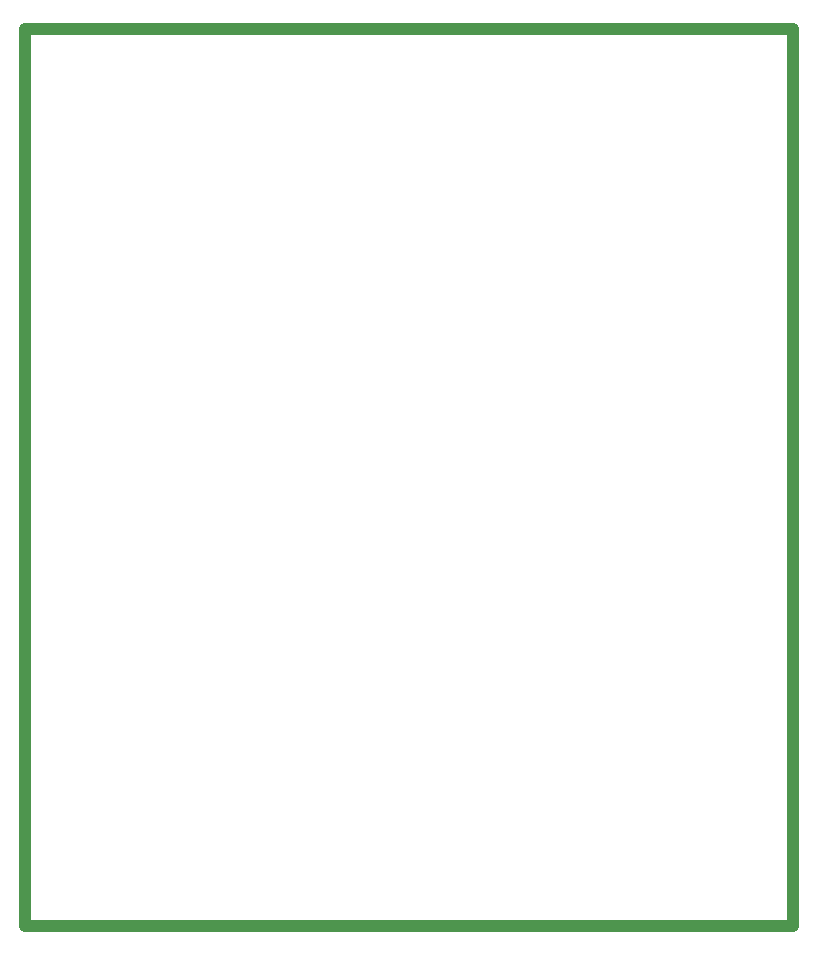
<source format=gm1>
%TF.GenerationSoftware,KiCad,Pcbnew,8.0.4*%
%TF.CreationDate,2025-05-09T12:29:35+02:00*%
%TF.ProjectId,carte_mere,63617274-655f-46d6-9572-652e6b696361,rev?*%
%TF.SameCoordinates,Original*%
%TF.FileFunction,Profile,NP*%
%FSLAX46Y46*%
G04 Gerber Fmt 4.6, Leading zero omitted, Abs format (unit mm)*
G04 Created by KiCad (PCBNEW 8.0.4) date 2025-05-09 12:29:35*
%MOMM*%
%LPD*%
G01*
G04 APERTURE LIST*
%TA.AperFunction,Profile*%
%ADD10C,1.000000*%
%TD*%
G04 APERTURE END LIST*
D10*
X94200000Y-21700000D02*
X94200000Y-97700000D01*
X94200000Y-21700000D02*
X159200000Y-21700000D01*
X159200000Y-21700000D02*
X159200000Y-97700000D01*
X94200000Y-97700000D02*
X159200000Y-97700000D01*
M02*

</source>
